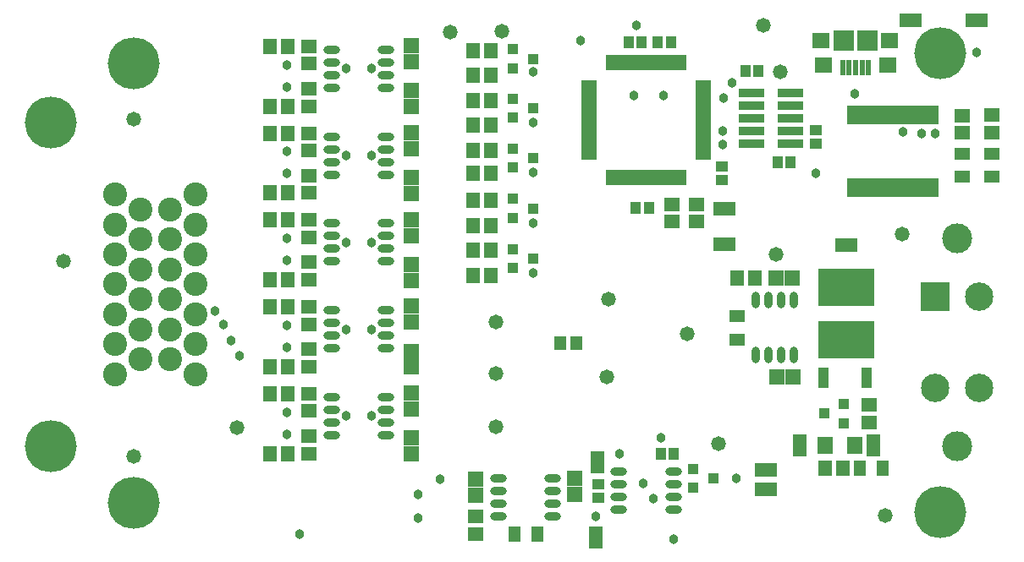
<source format=gbr>
%TF.GenerationSoftware,Altium Limited,Altium Designer,18.1.9 (240)*%
G04 Layer_Color=8388736*
%FSLAX26Y26*%
%MOIN*%
%TF.FileFunction,Soldermask,Top*%
%TF.Part,Single*%
G01*
G75*
%TA.AperFunction,SMDPad,CuDef*%
%ADD56R,0.059181X0.063118*%
%ADD57R,0.063118X0.059181*%
%ADD58O,0.065087X0.031622*%
%ADD59R,0.047370X0.043433*%
%TA.AperFunction,ViaPad*%
%ADD61C,0.204850*%
%TA.AperFunction,ComponentPad*%
%ADD62C,0.111937*%
%ADD63C,0.118236*%
%ADD64R,0.111937X0.111937*%
%ADD65C,0.204850*%
%ADD66C,0.094614*%
%TA.AperFunction,ViaPad*%
%ADD67C,0.038000*%
%ADD68C,0.058000*%
%TA.AperFunction,SMDPad,CuDef*%
%ADD71R,0.027291X0.072961*%
%ADD72R,0.053276X0.061150*%
%ADD73R,0.222567X0.145795*%
%ADD74R,0.043433X0.082803*%
%ADD75R,0.043433X0.039496*%
%ADD76R,0.061150X0.053276*%
%ADD77R,0.061150X0.065087*%
%ADD78O,0.031622X0.065087*%
%ADD79R,0.059181X0.051307*%
%ADD80R,0.043433X0.047370*%
%ADD81R,0.041465X0.045402*%
%ADD82R,0.082803X0.082803*%
%TA.AperFunction,ConnectorPad*%
%ADD83R,0.065087X0.059181*%
%ADD84R,0.070992X0.063118*%
%ADD85R,0.023748X0.061150*%
%TA.AperFunction,SMDPad,CuDef*%
%ADD86R,0.051307X0.059181*%
%ADD87R,0.053276X0.088709*%
%ADD88R,0.088709X0.053276*%
%TA.AperFunction,ConnectorPad*%
%ADD89R,0.053276X0.088709*%
%ADD90R,0.088709X0.053276*%
%TA.AperFunction,SMDPad,CuDef*%
%ADD91R,0.102488X0.037921*%
%TA.AperFunction,ConnectorPad*%
%ADD92R,0.043433X0.047370*%
%TA.AperFunction,SMDPad,CuDef*%
%ADD93R,0.061150X0.019811*%
%ADD94R,0.019811X0.061150*%
%ADD95R,0.045402X0.057213*%
D56*
X6012177Y5479498D02*
D03*
X5949185D02*
D03*
X6015945Y5089399D02*
D03*
X5952953D02*
D03*
D57*
X5156497Y4689175D02*
D03*
Y4626181D02*
D03*
X4766397Y4685236D02*
D03*
Y4622244D02*
D03*
X4511809Y5710631D02*
D03*
Y5647639D02*
D03*
X4511811Y5470473D02*
D03*
Y5533465D02*
D03*
Y5368109D02*
D03*
Y5305117D02*
D03*
X4511810Y5127953D02*
D03*
Y5190945D02*
D03*
X4511811Y5025590D02*
D03*
Y4962597D02*
D03*
Y4785431D02*
D03*
Y4848423D02*
D03*
Y5812993D02*
D03*
Y5875984D02*
D03*
Y6053149D02*
D03*
Y5990157D02*
D03*
X4511809Y6155512D02*
D03*
Y6218504D02*
D03*
X4511811Y6395668D02*
D03*
Y6332676D02*
D03*
D58*
X5544292Y4566732D02*
D03*
Y4616732D02*
D03*
Y4666732D02*
D03*
Y4716732D02*
D03*
X5329724Y4566732D02*
D03*
Y4616732D02*
D03*
Y4666732D02*
D03*
Y4716732D02*
D03*
X4854164Y4689371D02*
D03*
Y4639371D02*
D03*
Y4589371D02*
D03*
Y4539371D02*
D03*
X5068730Y4689371D02*
D03*
Y4639371D02*
D03*
Y4589371D02*
D03*
Y4539371D02*
D03*
X4197835Y5010039D02*
D03*
Y4960039D02*
D03*
Y4910039D02*
D03*
Y4860039D02*
D03*
X4412403Y5010039D02*
D03*
Y4960039D02*
D03*
Y4910039D02*
D03*
Y4860039D02*
D03*
X4197835Y5352559D02*
D03*
Y5302559D02*
D03*
Y5252559D02*
D03*
Y5202559D02*
D03*
X4412401Y5352559D02*
D03*
Y5302559D02*
D03*
Y5252559D02*
D03*
Y5202559D02*
D03*
X4197833Y5695079D02*
D03*
Y5645079D02*
D03*
Y5595079D02*
D03*
Y5545079D02*
D03*
X4412401Y5695079D02*
D03*
Y5645079D02*
D03*
Y5595079D02*
D03*
Y5545079D02*
D03*
Y5887599D02*
D03*
Y5937599D02*
D03*
Y5987599D02*
D03*
Y6037599D02*
D03*
X4197835Y5887599D02*
D03*
Y5937599D02*
D03*
Y5987599D02*
D03*
Y6037599D02*
D03*
Y6380116D02*
D03*
Y6330116D02*
D03*
Y6280116D02*
D03*
Y6230116D02*
D03*
X4412403Y6380116D02*
D03*
Y6330116D02*
D03*
Y6280116D02*
D03*
Y6230116D02*
D03*
D59*
X5736221Y5867126D02*
D03*
Y5920276D02*
D03*
X6106299Y6062009D02*
D03*
Y6008859D02*
D03*
X5248032Y4665354D02*
D03*
Y4612204D02*
D03*
D61*
X6594488Y6366142D02*
D03*
Y4555118D02*
D03*
X3417323Y4594488D02*
D03*
Y6326772D02*
D03*
D62*
X6749094Y5404567D02*
D03*
Y5045512D02*
D03*
X6573897D02*
D03*
D63*
X6661417Y5635039D02*
D03*
Y4814961D02*
D03*
D64*
X6573897Y5404567D02*
D03*
D65*
X3090551Y4814961D02*
D03*
Y6094488D02*
D03*
D66*
X3346457Y5809055D02*
D03*
Y5690945D02*
D03*
Y5572835D02*
D03*
Y5454724D02*
D03*
Y5336614D02*
D03*
Y5218504D02*
D03*
Y5100394D02*
D03*
X3444882Y5750000D02*
D03*
Y5631890D02*
D03*
Y5513779D02*
D03*
Y5395669D02*
D03*
Y5277559D02*
D03*
Y5159449D02*
D03*
X3562992Y5750000D02*
D03*
Y5631890D02*
D03*
Y5513779D02*
D03*
Y5395669D02*
D03*
Y5277559D02*
D03*
Y5159449D02*
D03*
X3661417Y5809055D02*
D03*
Y5690945D02*
D03*
Y5572835D02*
D03*
Y5454724D02*
D03*
Y5336614D02*
D03*
Y5218504D02*
D03*
Y5100394D02*
D03*
D67*
X6740158Y6370079D02*
D03*
X6259842Y6204724D02*
D03*
X6523622Y6051181D02*
D03*
X6574803D02*
D03*
X6448819Y6055118D02*
D03*
X4070866Y4468504D02*
D03*
X5496063Y4850394D02*
D03*
X5790820Y4690945D02*
D03*
X5397638Y6476378D02*
D03*
X5177165Y6417323D02*
D03*
X6106299Y5893701D02*
D03*
X5389764Y6200787D02*
D03*
X5330709Y4787402D02*
D03*
X3834646Y5173228D02*
D03*
X3803150Y5232283D02*
D03*
X3771653Y5295276D02*
D03*
X3740157Y5350394D02*
D03*
X4625984Y4685039D02*
D03*
X5425197Y4669291D02*
D03*
X5464566Y4610236D02*
D03*
X5505906Y6198819D02*
D03*
X5775591Y6248032D02*
D03*
X5740158Y6059055D02*
D03*
X5742114Y6188964D02*
D03*
X5740146Y6007862D02*
D03*
X4992127Y5500001D02*
D03*
Y5696851D02*
D03*
Y5897639D02*
D03*
Y6094489D02*
D03*
Y6291340D02*
D03*
X5240158Y4539370D02*
D03*
X5545276Y4450787D02*
D03*
X4539370Y4625984D02*
D03*
X4539370Y4531496D02*
D03*
X4023622Y5293306D02*
D03*
Y5206692D02*
D03*
X4255901Y5277557D02*
D03*
X4354325D02*
D03*
X4023622Y5635826D02*
D03*
Y5549212D02*
D03*
X4255901Y5620077D02*
D03*
X4354325D02*
D03*
X4023622Y5978346D02*
D03*
Y5891731D02*
D03*
X4255901Y5962596D02*
D03*
X4354325D02*
D03*
X4023622Y6320865D02*
D03*
Y6234251D02*
D03*
X4255901Y6305116D02*
D03*
X4354325D02*
D03*
X4023622Y4950787D02*
D03*
Y4864172D02*
D03*
X4255901Y4935038D02*
D03*
X4354325D02*
D03*
D68*
X3141732Y5547244D02*
D03*
X6377953Y4543307D02*
D03*
X5897638Y6476378D02*
D03*
X6444882Y5653543D02*
D03*
X5598425Y5259842D02*
D03*
X5720472Y4826772D02*
D03*
X5283465Y5090551D02*
D03*
X5287402Y5397638D02*
D03*
X4870079Y6452756D02*
D03*
X4665354Y6448819D02*
D03*
X3417323Y4775591D02*
D03*
Y6106299D02*
D03*
X4846457Y4893701D02*
D03*
Y5102362D02*
D03*
Y5307087D02*
D03*
X5949185Y5574437D02*
D03*
X5964567Y6291339D02*
D03*
X3826772Y4889764D02*
D03*
D71*
X6575787Y6123032D02*
D03*
X6550197D02*
D03*
X6524606D02*
D03*
X6499016D02*
D03*
X6473425D02*
D03*
X6447835D02*
D03*
X6422244D02*
D03*
X6396654D02*
D03*
X6371063D02*
D03*
X6345472D02*
D03*
X6319882D02*
D03*
X6294291D02*
D03*
X6268701D02*
D03*
X6243110D02*
D03*
X6575787Y5837599D02*
D03*
X6550197D02*
D03*
X6524606D02*
D03*
X6499016D02*
D03*
X6473425D02*
D03*
X6447835D02*
D03*
X6422244D02*
D03*
X6396654D02*
D03*
X6371063D02*
D03*
X6345472D02*
D03*
X6319882D02*
D03*
X6294291D02*
D03*
X6268701D02*
D03*
X6243110D02*
D03*
D72*
X4825787Y6375985D02*
D03*
X4756889D02*
D03*
X4825787Y6279528D02*
D03*
X4756889D02*
D03*
X5865355Y5479499D02*
D03*
X5796457D02*
D03*
X6211614Y4728346D02*
D03*
X6142717D02*
D03*
X3955711Y4787401D02*
D03*
X4024607D02*
D03*
X3955709Y5023622D02*
D03*
X4024607D02*
D03*
X3955709Y5129921D02*
D03*
X4024607D02*
D03*
X3955709Y5366141D02*
D03*
X4024607D02*
D03*
X3955711Y5472439D02*
D03*
X4024607D02*
D03*
X3955709Y5708661D02*
D03*
X4024607D02*
D03*
X3955709Y5814961D02*
D03*
X4024607D02*
D03*
X3955709Y6051181D02*
D03*
X4024607D02*
D03*
X3955709Y6157480D02*
D03*
X4024607D02*
D03*
X3955709Y6393701D02*
D03*
X4024607D02*
D03*
X4825788Y6181102D02*
D03*
X4756890D02*
D03*
X4825787Y6082677D02*
D03*
X4756889D02*
D03*
X4825788Y5984252D02*
D03*
X4756890D02*
D03*
X4825787Y5893701D02*
D03*
X4756889D02*
D03*
X4825788Y5785433D02*
D03*
X4756890D02*
D03*
X4825787Y5687009D02*
D03*
X4756891D02*
D03*
X4825787Y5588583D02*
D03*
X4756891D02*
D03*
X4825787Y5490157D02*
D03*
X4756889D02*
D03*
D73*
X6224409Y5236221D02*
D03*
Y5442914D02*
D03*
D74*
X6134843Y5086615D02*
D03*
X6306103D02*
D03*
D75*
X6216535Y4907481D02*
D03*
Y4982283D02*
D03*
X6137796Y4944881D02*
D03*
X5622046Y4726378D02*
D03*
Y4651574D02*
D03*
X5700788Y4688976D02*
D03*
X4913387Y6381890D02*
D03*
Y6307088D02*
D03*
X4992127Y6344488D02*
D03*
X4913387Y6187007D02*
D03*
Y6112205D02*
D03*
X4992127Y6149605D02*
D03*
X4913386Y5990157D02*
D03*
Y5915355D02*
D03*
X4992126Y5952755D02*
D03*
X4913386Y5791339D02*
D03*
Y5716537D02*
D03*
X4992126Y5753937D02*
D03*
X4913386Y5594488D02*
D03*
Y5519686D02*
D03*
X4992126Y5557086D02*
D03*
D76*
X6314961Y4979331D02*
D03*
Y4910433D02*
D03*
X5633858Y5701771D02*
D03*
Y5770669D02*
D03*
X5539370Y5701772D02*
D03*
Y5770670D02*
D03*
X6799213Y6053149D02*
D03*
Y6122047D02*
D03*
X6681103Y6052165D02*
D03*
Y6121063D02*
D03*
X4764596Y4538417D02*
D03*
Y4469521D02*
D03*
X4108269Y5366141D02*
D03*
Y5297243D02*
D03*
X4108269Y4787401D02*
D03*
Y4856300D02*
D03*
X4108269Y5023622D02*
D03*
Y4954724D02*
D03*
X4108269Y5129923D02*
D03*
Y5198819D02*
D03*
Y5472441D02*
D03*
Y5541339D02*
D03*
X4108267Y5814961D02*
D03*
Y5883859D02*
D03*
X4108269Y5708661D02*
D03*
Y5639763D02*
D03*
X4108267Y6051181D02*
D03*
Y5982283D02*
D03*
Y6157480D02*
D03*
Y6226378D02*
D03*
Y6393700D02*
D03*
Y6324802D02*
D03*
D77*
X6258858Y4818897D02*
D03*
X6142717D02*
D03*
D78*
X5870079Y5177165D02*
D03*
X5920079D02*
D03*
X5970079D02*
D03*
X6020079D02*
D03*
X5870079Y5391731D02*
D03*
X5920079D02*
D03*
X5970079D02*
D03*
X6020079D02*
D03*
D79*
X5795473Y5327924D02*
D03*
Y5237372D02*
D03*
X6799213Y5970472D02*
D03*
Y5879920D02*
D03*
X6681103Y5970472D02*
D03*
Y5879921D02*
D03*
D80*
X5447834Y5755905D02*
D03*
X5394685D02*
D03*
D81*
X6005906Y5937007D02*
D03*
X5954724D02*
D03*
X5545275Y4787402D02*
D03*
X5494095D02*
D03*
X5879921Y6295275D02*
D03*
X5828741D02*
D03*
D82*
X6214567Y6416339D02*
D03*
X6309055D02*
D03*
D83*
X6126969D02*
D03*
X6396654D02*
D03*
D84*
X6135827Y6319882D02*
D03*
X6387795D02*
D03*
D85*
X6210630Y6311024D02*
D03*
X6236221D02*
D03*
X6261811D02*
D03*
X6287402D02*
D03*
X6312992D02*
D03*
D86*
X4919292Y4468503D02*
D03*
X5009842D02*
D03*
X6279528Y4728346D02*
D03*
X6370079D02*
D03*
D87*
X6330709Y4818898D02*
D03*
X6043307D02*
D03*
X5244095Y4751968D02*
D03*
D88*
X6224409Y5610236D02*
D03*
X5909449Y4724409D02*
D03*
Y4645669D02*
D03*
X5744095Y5751968D02*
D03*
Y5614173D02*
D03*
X6480315Y6496063D02*
D03*
D89*
X5240158Y4456693D02*
D03*
D90*
X6740158Y6496063D02*
D03*
D91*
X6005905Y6010236D02*
D03*
X5852361D02*
D03*
X6005905Y6060236D02*
D03*
X5852361D02*
D03*
X6005905Y6110236D02*
D03*
X5852361D02*
D03*
X6005905Y6160236D02*
D03*
X5852361D02*
D03*
X6005905Y6210236D02*
D03*
X5852361D02*
D03*
D92*
X5367126Y6409449D02*
D03*
X5420276D02*
D03*
X5534450Y6409449D02*
D03*
X5481300D02*
D03*
D93*
X5663386Y6250000D02*
D03*
Y6230315D02*
D03*
Y6210630D02*
D03*
Y6190945D02*
D03*
Y6171260D02*
D03*
Y6151575D02*
D03*
Y6131890D02*
D03*
Y6112205D02*
D03*
Y6092520D02*
D03*
Y6072835D02*
D03*
Y6053150D02*
D03*
Y6033465D02*
D03*
Y6013780D02*
D03*
Y5994095D02*
D03*
Y5974409D02*
D03*
Y5954725D02*
D03*
X5210630D02*
D03*
Y5974409D02*
D03*
Y5994095D02*
D03*
Y6013780D02*
D03*
Y6033465D02*
D03*
Y6053150D02*
D03*
Y6072835D02*
D03*
Y6092520D02*
D03*
Y6112205D02*
D03*
Y6131890D02*
D03*
Y6151575D02*
D03*
Y6171260D02*
D03*
Y6190945D02*
D03*
Y6210630D02*
D03*
Y6230315D02*
D03*
Y6250000D02*
D03*
D94*
X5584646Y5875984D02*
D03*
X5564961D02*
D03*
X5545276D02*
D03*
X5525591D02*
D03*
X5505906D02*
D03*
X5486221D02*
D03*
X5466535D02*
D03*
X5446850D02*
D03*
X5427165D02*
D03*
X5407480D02*
D03*
X5387795D02*
D03*
X5368110D02*
D03*
X5348425D02*
D03*
X5328740D02*
D03*
X5309055D02*
D03*
X5289370D02*
D03*
Y6328740D02*
D03*
X5309055D02*
D03*
X5328740D02*
D03*
X5348425D02*
D03*
X5368110D02*
D03*
X5387795D02*
D03*
X5407480D02*
D03*
X5427165D02*
D03*
X5446850D02*
D03*
X5466535D02*
D03*
X5486221D02*
D03*
X5505906D02*
D03*
X5525591D02*
D03*
X5545276D02*
D03*
X5564961D02*
D03*
X5584646D02*
D03*
D95*
X5160434Y5224408D02*
D03*
X5099410D02*
D03*
%TF.MD5,08fa6b2e0eabf61b427ba7125d93c693*%
M02*

</source>
